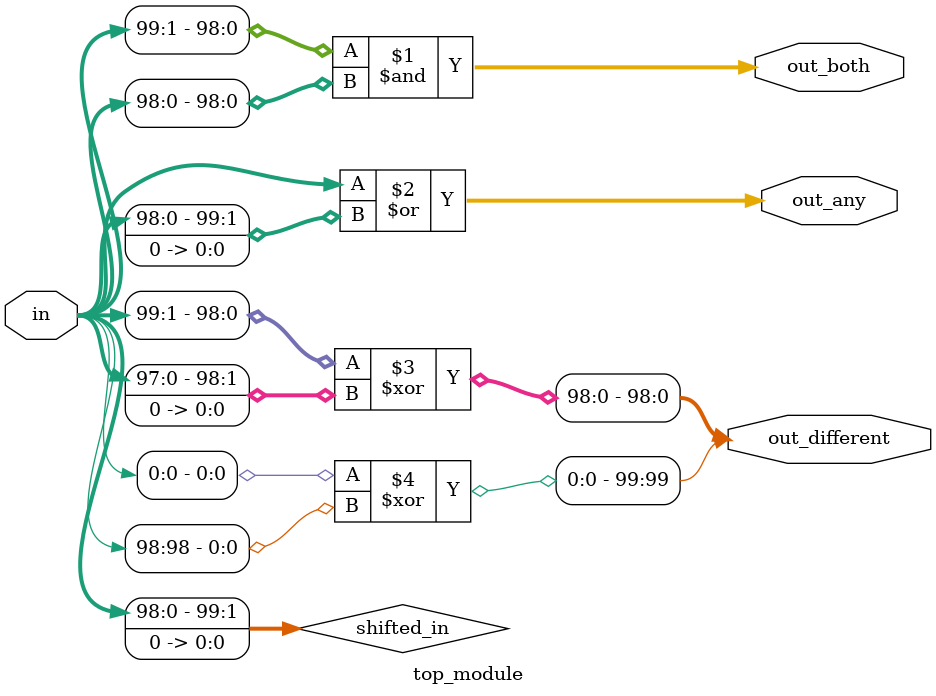
<source format=sv>
module top_module (
    input [99:0] in,
    output [98:0] out_both,
    output [99:0] out_any,
    output [99:0] out_different
);

    wire [99:0] shifted_in = {in[98:0], 1'b0};

    assign out_both = in[99:1] & in[98:0];
    assign out_any = in | shifted_in;
    assign out_different = {in[0] ^ shifted_in[99], in[99:1] ^ shifted_in[98:0]};

endmodule

</source>
